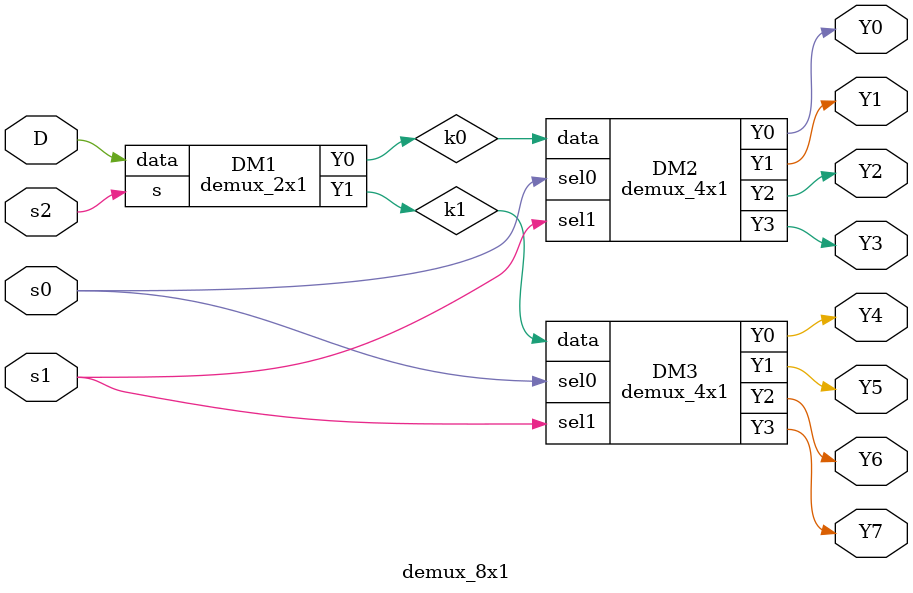
<source format=v>
module demux_2x1(data,s,Y0,Y1);
	//INPUT AND OUTPUT DECLARATIONS
	input data,s;
	output Y0,Y1;
	wire nots;
	
	//NEW OPERATIONS
	not A0(nots,s);
	and A1(Y0,nots,data);
	and A2(Y1,s,data);

endmodule 

////////////////1x4 demux////////////////////////
module demux_4x1(data,sel0,sel1,Y0,Y1,Y2,Y3);
	//INPUT AND OUTPUT DECLARATIONS
	input data,sel0,sel1;
	output Y0,Y1,Y2,Y3;
	wire k0,k1;
	
	//OPERATIIONS
	demux_2x1 demux1(.data(data),.s(sel1),.Y0(k0),.Y1(k1));
	demux_2x1 demux2(.data(k0),.s(sel0),.Y0(Y0),.Y1(Y1));
	demux_2x1 demux3(.data(k1),.s(sel0),.Y0(Y2),.Y1(Y3));
	
endmodule

////////////////1x8 demux////////////////////////
module demux_8x1(D,s0,s1,s2,Y0,Y1,Y2,Y3,Y4,Y5,Y6,Y7);
	//INPUT AND OUTPUT DECLARATIONS
	input D,s0,s1,s2;
	output Y0,Y1,Y2,Y3,Y4,Y5,Y6,Y7;
	wire k0,k1;
	
	//OPERATIONS
	demux_2x1 DM1(.data(D),.s(s2),.Y0(k0),.Y1(k1));
	demux_4x1 DM2(.data(k0),.sel0(s0),.sel1(s1),.Y0(Y0),.Y1(Y1),.Y2(Y2),.Y3(Y3));
	demux_4x1 DM3(.data(k1),.sel0(s0),.sel1(s1),.Y0(Y4),.Y1(Y5),.Y2(Y6),.Y3(Y7));
	
endmodule

</source>
